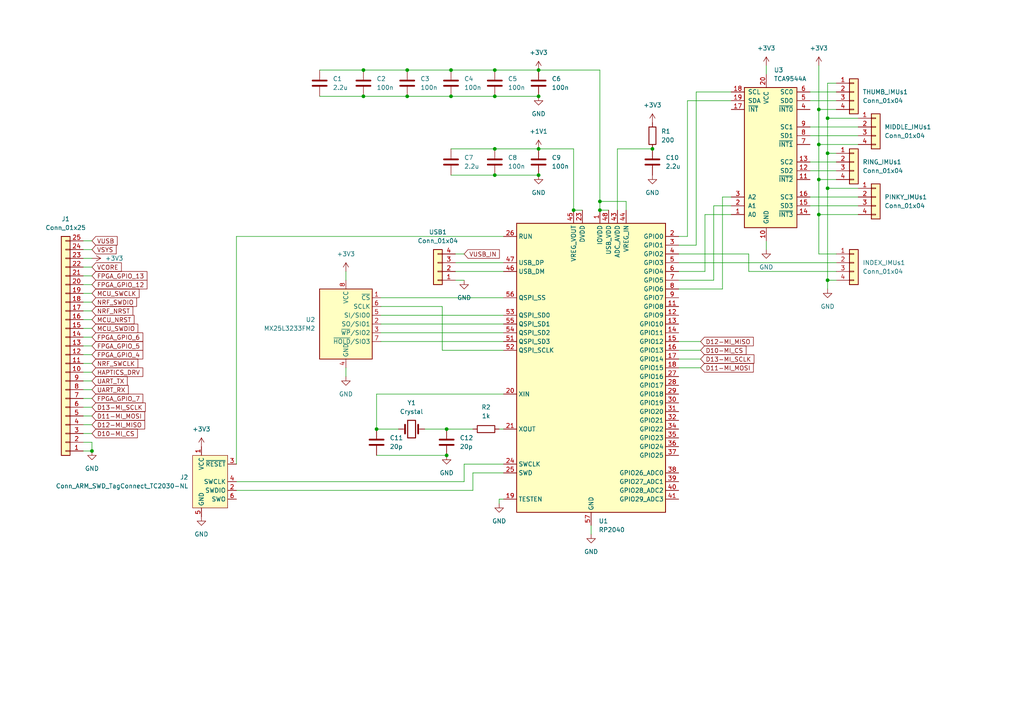
<source format=kicad_sch>
(kicad_sch (version 20230121) (generator eeschema)
  (paper "A4")
  (lib_symbols
    (symbol "Connector:Conn_ARM_SWD_TagConnect_TC2030-NL" (in_bom no)
      (property "Reference" "J" (at 2.54 11.43 0))
      (property "Value" "Conn_ARM_SWD_TagConnect_TC2030-NL" (at 2.54 8.89 0))
      (symbol "Conn_ARM_SWD_TagConnect_TC2030-NL_0_0"
        (pin power_in line (at -2.54 10.16 270) (length 2.54) (name "VCC") (number "1"))
        (pin bidirectional line (at 7.62 -2.54 180) (length 2.54) (name "SWDIO") (number "2"))
        (pin open_collector line (at 7.62 5.08 180) (length 2.54) (name "~{RESET}") (number "3"))
        (pin output line (at 7.62 0 180) (length 2.54) (name "SWCLK") (number "4"))
        (pin power_in line (at -2.54 -10.16 90) (length 2.54) (name "GND") (number "5"))
        (pin input line (at 7.62 -5.08 180) (length 2.54) (name "SWO") (number "6"))
      )
      (symbol "Conn_ARM_SWD_TagConnect_TC2030-NL_0_1"
        (rectangle (start -5.08 7.62) (end 5.08 -7.62) (fill (type background)))
      )
    )
    (symbol "Connector_Generic:Conn_01x04" (pin_names (offset 1.016) hide)
      (property "Reference" "J" (at 0 5.08 0))
      (property "Value" "Conn_01x04" (at 0 -7.62 0))
      (symbol "Conn_01x04_1_1"
        (rectangle (start -1.27 -4.953) (end 0 -5.207) (stroke (width 0.1524)))
        (rectangle (start -1.27 -2.413) (end 0 -2.667) (stroke (width 0.1524)))
        (rectangle (start -1.27 0.127) (end 0 -0.127) (stroke (width 0.1524)))
        (rectangle (start -1.27 2.667) (end 0 2.413) (stroke (width 0.1524)))
        (rectangle (start -1.27 3.81) (end 1.27 -6.35) (stroke (width 0.254)) (fill (type background)))
        (pin passive line (at -5.08 2.54 0) (length 3.81) (name "Pin_1") (number "1"))
        (pin passive line (at -5.08 0 0) (length 3.81) (name "Pin_2") (number "2"))
        (pin passive line (at -5.08 -2.54 0) (length 3.81) (name "Pin_3") (number "3"))
        (pin passive line (at -5.08 -5.08 0) (length 3.81) (name "Pin_4") (number "4"))
      )
    )
    (symbol "Connector_Generic:Conn_01x25" (pin_names (offset 1.016) hide)
      (property "Reference" "J" (at 0 33.02 0))
      (property "Value" "Conn_01x25" (at 0 -33.02 0))
      (symbol "Conn_01x25_1_1"
        (rectangle (start -1.27 -30.353) (end 0 -30.607) (stroke (width 0.1524)))
        (rectangle (start -1.27 -27.813) (end 0 -28.067) (stroke (width 0.1524)))
        (rectangle (start -1.27 -25.273) (end 0 -25.527) (stroke (width 0.1524)))
        (rectangle (start -1.27 -22.733) (end 0 -22.987) (stroke (width 0.1524)))
        (rectangle (start -1.27 -20.193) (end 0 -20.447) (stroke (width 0.1524)))
        (rectangle (start -1.27 -17.653) (end 0 -17.907) (stroke (width 0.1524)))
        (rectangle (start -1.27 -15.113) (end 0 -15.367) (stroke (width 0.1524)))
        (rectangle (start -1.27 -12.573) (end 0 -12.827) (stroke (width 0.1524)))
        (rectangle (start -1.27 -10.033) (end 0 -10.287) (stroke (width 0.1524)))
        (rectangle (start -1.27 -7.493) (end 0 -7.747) (stroke (width 0.1524)))
        (rectangle (start -1.27 -4.953) (end 0 -5.207) (stroke (width 0.1524)))
        (rectangle (start -1.27 -2.413) (end 0 -2.667) (stroke (width 0.1524)))
        (rectangle (start -1.27 0.127) (end 0 -0.127) (stroke (width 0.1524)))
        (rectangle (start -1.27 2.667) (end 0 2.413) (stroke (width 0.1524)))
        (rectangle (start -1.27 5.207) (end 0 4.953) (stroke (width 0.1524)))
        (rectangle (start -1.27 7.747) (end 0 7.493) (stroke (width 0.1524)))
        (rectangle (start -1.27 10.287) (end 0 10.033) (stroke (width 0.1524)))
        (rectangle (start -1.27 12.827) (end 0 12.573) (stroke (width 0.1524)))
        (rectangle (start -1.27 15.367) (end 0 15.113) (stroke (width 0.1524)))
        (rectangle (start -1.27 17.907) (end 0 17.653) (stroke (width 0.1524)))
        (rectangle (start -1.27 20.447) (end 0 20.193) (stroke (width 0.1524)))
        (rectangle (start -1.27 22.987) (end 0 22.733) (stroke (width 0.1524)))
        (rectangle (start -1.27 25.527) (end 0 25.273) (stroke (width 0.1524)))
        (rectangle (start -1.27 28.067) (end 0 27.813) (stroke (width 0.1524)))
        (rectangle (start -1.27 30.607) (end 0 30.353) (stroke (width 0.1524)))
        (rectangle (start -1.27 31.75) (end 1.27 -31.75) (stroke (width 0.254)) (fill (type background)))
        (pin passive line (at -5.08 30.48 0) (length 3.81) (name "Pin_1") (number "1"))
        (pin passive line (at -5.08 7.62 0) (length 3.81) (name "Pin_10") (number "10"))
        (pin passive line (at -5.08 5.08 0) (length 3.81) (name "Pin_11") (number "11"))
        (pin passive line (at -5.08 2.54 0) (length 3.81) (name "Pin_12") (number "12"))
        (pin passive line (at -5.08 0 0) (length 3.81) (name "Pin_13") (number "13"))
        (pin passive line (at -5.08 -2.54 0) (length 3.81) (name "Pin_14") (number "14"))
        (pin passive line (at -5.08 -5.08 0) (length 3.81) (name "Pin_15") (number "15"))
        (pin passive line (at -5.08 -7.62 0) (length 3.81) (name "Pin_16") (number "16"))
        (pin passive line (at -5.08 -10.16 0) (length 3.81) (name "Pin_17") (number "17"))
        (pin passive line (at -5.08 -12.7 0) (length 3.81) (name "Pin_18") (number "18"))
        (pin passive line (at -5.08 -15.24 0) (length 3.81) (name "Pin_19") (number "19"))
        (pin passive line (at -5.08 27.94 0) (length 3.81) (name "Pin_2") (number "2"))
        (pin passive line (at -5.08 -17.78 0) (length 3.81) (name "Pin_20") (number "20"))
        (pin passive line (at -5.08 -20.32 0) (length 3.81) (name "Pin_21") (number "21"))
        (pin passive line (at -5.08 -22.86 0) (length 3.81) (name "Pin_22") (number "22"))
        (pin passive line (at -5.08 -25.4 0) (length 3.81) (name "Pin_23") (number "23"))
        (pin passive line (at -5.08 -27.94 0) (length 3.81) (name "Pin_24") (number "24"))
        (pin passive line (at -5.08 -30.48 0) (length 3.81) (name "Pin_25") (number "25"))
        (pin passive line (at -5.08 25.4 0) (length 3.81) (name "Pin_3") (number "3"))
        (pin passive line (at -5.08 22.86 0) (length 3.81) (name "Pin_4") (number "4"))
        (pin passive line (at -5.08 20.32 0) (length 3.81) (name "Pin_5") (number "5"))
        (pin passive line (at -5.08 17.78 0) (length 3.81) (name "Pin_6") (number "6"))
        (pin passive line (at -5.08 15.24 0) (length 3.81) (name "Pin_7") (number "7"))
        (pin passive line (at -5.08 12.7 0) (length 3.81) (name "Pin_8") (number "8"))
        (pin passive line (at -5.08 10.16 0) (length 3.81) (name "Pin_9") (number "9"))
      )
    )
    (symbol "Device:C" (pin_numbers hide) (pin_names (offset 0.254))
      (property "Reference" "C" (at 0.635 2.54 0))
      (property "Value" "C" (at 0.635 -2.54 0))
      (symbol "C_0_1"
        (polyline (pts (xy -2.032 -0.762) (xy 2.032 -0.762)) (stroke (width 0.508)))
        (polyline (pts (xy -2.032 0.762) (xy 2.032 0.762)) (stroke (width 0.508)))
      )
      (symbol "C_1_1"
        (pin passive line (at 0 3.81 270) (length 2.794) (name "~") (number "1"))
        (pin passive line (at 0 -3.81 90) (length 2.794) (name "~") (number "2"))
      )
    )
    (symbol "Device:Crystal" (pin_numbers hide) (pin_names (offset 1.016) hide)
      (property "Reference" "Y" (at 0 3.81 0))
      (property "Value" "Crystal" (at 0 -3.81 0))
      (symbol "Crystal_0_1"
        (rectangle (start -1.143 2.54) (end 1.143 -2.54) (stroke (width 0.3048)))
        (polyline (pts (xy -2.54 0) (xy -1.905 0)))
        (polyline (pts (xy -1.905 -1.27) (xy -1.905 1.27)) (stroke (width 0.508)))
        (polyline (pts (xy 1.905 -1.27) (xy 1.905 1.27)) (stroke (width 0.508)))
        (polyline (pts (xy 2.54 0) (xy 1.905 0)))
      )
      (symbol "Crystal_1_1"
        (pin passive line (at -3.81 0 0) (length 1.27) (name "1") (number "1"))
        (pin passive line (at 3.81 0 180) (length 1.27) (name "2") (number "2"))
      )
    )
    (symbol "Device:R" (pin_numbers hide) (pin_names (offset 0))
      (property "Reference" "R" (at 2.032 0 90))
      (property "Value" "R" (at 0 0 90))
      (symbol "R_0_1"
        (rectangle (start -1.016 -2.54) (end 1.016 2.54) (stroke (width 0.254)))
      )
      (symbol "R_1_1"
        (pin passive line (at 0 3.81 270) (length 1.27) (name "~") (number "1"))
        (pin passive line (at 0 -3.81 90) (length 1.27) (name "~") (number "2"))
      )
    )
    (symbol "Interface_Expansion:TCA9544A" (pin_names (offset 1.016))
      (property "Reference" "U" (at -5.08 20.32 0))
      (property "Value" "TCA9544A" (at 2.54 20.32 0))
      (symbol "TCA9544A_0_1"
        (rectangle (start -6.35 19.05) (end 8.89 -21.59) (stroke (width 0.254)) (fill (type background)))
      )
      (symbol "TCA9544A_1_1"
        (pin input line (at -10.16 -17.78 0) (length 3.81) (name "A0") (number "1"))
        (pin power_in line (at 0 -25.4 90) (length 3.81) (name "GND") (number "10"))
        (pin input line (at 12.7 -7.62 180) (length 3.81) (name "~{INT2}") (number "11"))
        (pin bidirectional line (at 12.7 -5.08 180) (length 3.81) (name "SD2") (number "12"))
        (pin bidirectional line (at 12.7 -2.54 180) (length 3.81) (name "SC2") (number "13"))
        (pin input line (at 12.7 -17.78 180) (length 3.81) (name "~{INT3}") (number "14"))
        (pin bidirectional line (at 12.7 -15.24 180) (length 3.81) (name "SD3") (number "15"))
        (pin bidirectional line (at 12.7 -12.7 180) (length 3.81) (name "SC3") (number "16"))
        (pin open_collector line (at -10.16 12.7 0) (length 3.81) (name "~{INT}") (number "17"))
        (pin bidirectional line (at -10.16 17.78 0) (length 3.81) (name "SCL") (number "18"))
        (pin bidirectional line (at -10.16 15.24 0) (length 3.81) (name "SDA") (number "19"))
        (pin input line (at -10.16 -15.24 0) (length 3.81) (name "A1") (number "2"))
        (pin power_in line (at 0 22.86 270) (length 3.81) (name "VCC") (number "20"))
        (pin input line (at -10.16 -12.7 0) (length 3.81) (name "A2") (number "3"))
        (pin input line (at 12.7 12.7 180) (length 3.81) (name "~{INT0}") (number "4"))
        (pin bidirectional line (at 12.7 15.24 180) (length 3.81) (name "SD0") (number "5"))
        (pin bidirectional line (at 12.7 17.78 180) (length 3.81) (name "SC0") (number "6"))
        (pin input line (at 12.7 2.54 180) (length 3.81) (name "~{INT1}") (number "7"))
        (pin bidirectional line (at 12.7 5.08 180) (length 3.81) (name "SD1") (number "8"))
        (pin bidirectional line (at 12.7 7.62 180) (length 3.81) (name "SC1") (number "9"))
      )
    )
    (symbol "MCU_RaspberryPi:RP2040"
      (property "Reference" "U" (at 17.78 45.72 0))
      (property "Value" "RP2040" (at 17.78 43.18 0))
      (symbol "RP2040_0_1"
        (rectangle (start -21.59 41.91) (end 21.59 -41.91) (stroke (width 0.254)) (fill (type background)))
      )
      (symbol "RP2040_1_1"
        (pin power_in line (at 2.54 45.72 270) (length 3.81) (name "IOVDD") (number "1"))
        (pin passive line (at 2.54 45.72 270) (length 3.81) hide (name "IOVDD") (number "10"))
        (pin bidirectional line (at 25.4 17.78 180) (length 3.81) (name "GPIO8") (number "11"))
        (pin bidirectional line (at 25.4 15.24 180) (length 3.81) (name "GPIO9") (number "12"))
        (pin bidirectional line (at 25.4 12.7 180) (length 3.81) (name "GPIO10") (number "13"))
        (pin bidirectional line (at 25.4 10.16 180) (length 3.81) (name "GPIO11") (number "14"))
        (pin bidirectional line (at 25.4 7.62 180) (length 3.81) (name "GPIO12") (number "15"))
        (pin bidirectional line (at 25.4 5.08 180) (length 3.81) (name "GPIO13") (number "16"))
        (pin bidirectional line (at 25.4 2.54 180) (length 3.81) (name "GPIO14") (number "17"))
        (pin bidirectional line (at 25.4 0 180) (length 3.81) (name "GPIO15") (number "18"))
        (pin input line (at -25.4 -38.1 0) (length 3.81) (name "TESTEN") (number "19"))
        (pin bidirectional line (at 25.4 38.1 180) (length 3.81) (name "GPIO0") (number "2"))
        (pin input line (at -25.4 -7.62 0) (length 3.81) (name "XIN") (number "20"))
        (pin passive line (at -25.4 -17.78 0) (length 3.81) (name "XOUT") (number "21"))
        (pin passive line (at 2.54 45.72 270) (length 3.81) hide (name "IOVDD") (number "22"))
        (pin power_in line (at -2.54 45.72 270) (length 3.81) (name "DVDD") (number "23"))
        (pin input line (at -25.4 -27.94 0) (length 3.81) (name "SWCLK") (number "24"))
        (pin bidirectional line (at -25.4 -30.48 0) (length 3.81) (name "SWD") (number "25"))
        (pin input line (at -25.4 38.1 0) (length 3.81) (name "RUN") (number "26"))
        (pin bidirectional line (at 25.4 -2.54 180) (length 3.81) (name "GPIO16") (number "27"))
        (pin bidirectional line (at 25.4 -5.08 180) (length 3.81) (name "GPIO17") (number "28"))
        (pin bidirectional line (at 25.4 -7.62 180) (length 3.81) (name "GPIO18") (number "29"))
        (pin bidirectional line (at 25.4 35.56 180) (length 3.81) (name "GPIO1") (number "3"))
        (pin bidirectional line (at 25.4 -10.16 180) (length 3.81) (name "GPIO19") (number "30"))
        (pin bidirectional line (at 25.4 -12.7 180) (length 3.81) (name "GPIO20") (number "31"))
        (pin bidirectional line (at 25.4 -15.24 180) (length 3.81) (name "GPIO21") (number "32"))
        (pin passive line (at 2.54 45.72 270) (length 3.81) hide (name "IOVDD") (number "33"))
        (pin bidirectional line (at 25.4 -17.78 180) (length 3.81) (name "GPIO22") (number "34"))
        (pin bidirectional line (at 25.4 -20.32 180) (length 3.81) (name "GPIO23") (number "35"))
        (pin bidirectional line (at 25.4 -22.86 180) (length 3.81) (name "GPIO24") (number "36"))
        (pin bidirectional line (at 25.4 -25.4 180) (length 3.81) (name "GPIO25") (number "37"))
        (pin bidirectional line (at 25.4 -30.48 180) (length 3.81) (name "GPIO26_ADC0") (number "38"))
        (pin bidirectional line (at 25.4 -33.02 180) (length 3.81) (name "GPIO27_ADC1") (number "39"))
        (pin bidirectional line (at 25.4 33.02 180) (length 3.81) (name "GPIO2") (number "4"))
        (pin bidirectional line (at 25.4 -35.56 180) (length 3.81) (name "GPIO28_ADC2") (number "40"))
        (pin bidirectional line (at 25.4 -38.1 180) (length 3.81) (name "GPIO29_ADC3") (number "41"))
        (pin passive line (at 2.54 45.72 270) (length 3.81) hide (name "IOVDD") (number "42"))
        (pin power_in line (at 7.62 45.72 270) (length 3.81) (name "ADC_AVDD") (number "43"))
        (pin power_in line (at 10.16 45.72 270) (length 3.81) (name "VREG_IN") (number "44"))
        (pin power_out line (at -5.08 45.72 270) (length 3.81) (name "VREG_VOUT") (number "45"))
        (pin bidirectional line (at -25.4 27.94 0) (length 3.81) (name "USB_DM") (number "46"))
        (pin bidirectional line (at -25.4 30.48 0) (length 3.81) (name "USB_DP") (number "47"))
        (pin power_in line (at 5.08 45.72 270) (length 3.81) (name "USB_VDD") (number "48"))
        (pin passive line (at 2.54 45.72 270) (length 3.81) hide (name "IOVDD") (number "49"))
        (pin bidirectional line (at 25.4 30.48 180) (length 3.81) (name "GPIO3") (number "5"))
        (pin passive line (at -2.54 45.72 270) (length 3.81) hide (name "DVDD") (number "50"))
        (pin bidirectional line (at -25.4 7.62 0) (length 3.81) (name "QSPI_SD3") (number "51"))
        (pin output line (at -25.4 5.08 0) (length 3.81) (name "QSPI_SCLK") (number "52"))
        (pin bidirectional line (at -25.4 15.24 0) (length 3.81) (name "QSPI_SD0") (number "53"))
        (pin bidirectional line (at -25.4 10.16 0) (length 3.81) (name "QSPI_SD2") (number "54"))
        (pin bidirectional line (at -25.4 12.7 0) (length 3.81) (name "QSPI_SD1") (number "55"))
        (pin bidirectional line (at -25.4 20.32 0) (length 3.81) (name "QSPI_SS") (number "56"))
        (pin power_in line (at 0 -45.72 90) (length 3.81) (name "GND") (number "57"))
        (pin bidirectional line (at 25.4 27.94 180) (length 3.81) (name "GPIO4") (number "6"))
        (pin bidirectional line (at 25.4 25.4 180) (length 3.81) (name "GPIO5") (number "7"))
        (pin bidirectional line (at 25.4 22.86 180) (length 3.81) (name "GPIO6") (number "8"))
        (pin bidirectional line (at 25.4 20.32 180) (length 3.81) (name "GPIO7") (number "9"))
      )
    )
    (symbol "Memory_Flash:MX25L3233FM2"
      (property "Reference" "U" (at -6.35 11.43 0))
      (property "Value" "MX25L3233FM2" (at 10.16 11.43 0))
      (symbol "MX25L3233FM2_0_1"
        (rectangle (start -7.62 10.16) (end 7.62 -10.16) (stroke (width 0.254)) (fill (type background)))
      )
      (symbol "MX25L3233FM2_1_1"
        (pin input line (at -10.16 7.62 0) (length 2.54) (name "~{CS}") (number "1"))
        (pin bidirectional line (at -10.16 0 0) (length 2.54) (name "SO/SIO1") (number "2"))
        (pin bidirectional line (at -10.16 -2.54 0) (length 2.54) (name "~{WP}/SIO2") (number "3"))
        (pin power_in line (at 0 -12.7 90) (length 2.54) (name "GND") (number "4"))
        (pin bidirectional line (at -10.16 2.54 0) (length 2.54) (name "SI/SIO0") (number "5"))
        (pin input line (at -10.16 5.08 0) (length 2.54) (name "SCLK") (number "6"))
        (pin bidirectional line (at -10.16 -5.08 0) (length 2.54) (name "~{HOLD}/SIO3") (number "7"))
        (pin power_in line (at 0 12.7 270) (length 2.54) (name "VCC") (number "8"))
      )
    )
    (symbol "power:+1V1" (power) (pin_names (offset 0))
      (property "Value" "+1V1" (at 0 3.556 0))
      (symbol "+1V1_0_1"
        (polyline (pts (xy -0.762 1.27) (xy 0 2.54)))
        (polyline (pts (xy 0 0) (xy 0 2.54)))
        (polyline (pts (xy 0 2.54) (xy 0.762 1.27)))
      )
      (symbol "+1V1_1_1"
        (pin power_in line (at 0 0 90) (length 0) hide (name "+1V1") (number "1"))
      )
    )
    (symbol "power:+3V3" (power) (pin_names (offset 0))
      (property "Value" "+3V3" (at 0 3.556 0))
      (symbol "+3V3_0_1"
        (polyline (pts (xy -0.762 1.27) (xy 0 2.54)))
        (polyline (pts (xy 0 0) (xy 0 2.54)))
        (polyline (pts (xy 0 2.54) (xy 0.762 1.27)))
      )
      (symbol "+3V3_1_1"
        (pin power_in line (at 0 0 90) (length 0) hide (name "+3V3") (number "1"))
      )
    )
    (symbol "power:GND" (power) (pin_names (offset 0))
      (property "Value" "GND" (at 0 -3.81 0))
      (symbol "GND_0_1"
        (polyline (pts (xy 0 0) (xy 0 -1.27) (xy 1.27 -1.27) (xy 0 -2.54) (xy -1.27 -1.27) (xy 0 -1.27)))
      )
      (symbol "GND_1_1"
        (pin power_in line (at 0 0 270) (length 0) hide (name "GND") (number "1"))
      )
    )
  )
  (junction (at 166.37 60.96))
  (junction (at 237.49 31.75))
  (junction (at 237.49 41.91))
  (junction (at 105.41 20.32))
  (junction (at 143.51 20.32))
  (junction (at 173.99 58.42))
  (junction (at 129.54 124.46))
  (junction (at 156.21 27.94))
  (junction (at 156.21 50.8))
  (junction (at 130.81 27.94))
  (junction (at 240.03 81.28))
  (junction (at 143.51 50.8))
  (junction (at 26.67 130.81))
  (junction (at 105.41 27.94))
  (junction (at 129.54 132.08))
  (junction (at 173.99 60.96))
  (junction (at 130.81 20.32))
  (junction (at 156.21 43.18))
  (junction (at 189.23 43.18))
  (junction (at 156.21 20.32))
  (junction (at 118.11 27.94))
  (junction (at 109.22 124.46))
  (junction (at 143.51 27.94))
  (junction (at 240.03 54.61))
  (junction (at 143.51 43.18))
  (junction (at 240.03 34.29))
  (junction (at 237.49 62.23))
  (junction (at 237.49 52.07))
  (junction (at 240.03 44.45))
  (junction (at 118.11 20.32))
  (wire (pts (xy 237.49 73.66) (xy 237.49 62.23)))
  (wire (pts (xy 105.41 20.32) (xy 92.71 20.32)))
  (wire (pts (xy 209.55 83.82) (xy 209.55 57.15)))
  (wire (pts (xy 130.81 20.32) (xy 118.11 20.32)))
  (wire (pts (xy 240.03 34.29) (xy 240.03 44.45)))
  (wire (pts (xy 132.08 73.66) (xy 134.62 73.66)))
  (wire (pts (xy 68.58 142.24) (xy 137.16 142.24)))
  (wire (pts (xy 110.49 88.9) (xy 128.27 88.9)))
  (wire (pts (xy 204.47 78.74) (xy 204.47 62.23)))
  (wire (pts (xy 196.85 81.28) (xy 207.01 81.28)))
  (wire (pts (xy 24.13 82.55) (xy 26.67 82.55)))
  (wire (pts (xy 237.49 41.91) (xy 248.92 41.91)))
  (wire (pts (xy 143.51 50.8) (xy 156.21 50.8)))
  (wire (pts (xy 24.13 113.03) (xy 26.67 113.03)))
  (wire (pts (xy 248.92 34.29) (xy 240.03 34.29)))
  (wire (pts (xy 105.41 27.94) (xy 118.11 27.94)))
  (wire (pts (xy 123.19 124.46) (xy 129.54 124.46)))
  (wire (pts (xy 242.57 44.45) (xy 240.03 44.45)))
  (wire (pts (xy 24.13 128.27) (xy 26.67 128.27)))
  (wire (pts (xy 196.85 99.06) (xy 203.2 99.06)))
  (wire (pts (xy 248.92 54.61) (xy 240.03 54.61)))
  (wire (pts (xy 92.71 27.94) (xy 105.41 27.94)))
  (wire (pts (xy 109.22 114.3) (xy 109.22 124.46)))
  (wire (pts (xy 24.13 110.49) (xy 26.67 110.49)))
  (wire (pts (xy 24.13 90.17) (xy 26.67 90.17)))
  (wire (pts (xy 166.37 43.18) (xy 156.21 43.18)))
  (wire (pts (xy 196.85 68.58) (xy 199.39 68.58)))
  (wire (pts (xy 234.95 29.21) (xy 242.57 29.21)))
  (wire (pts (xy 128.27 101.6) (xy 146.05 101.6)))
  (wire (pts (xy 240.03 44.45) (xy 240.03 54.61)))
  (wire (pts (xy 234.95 46.99) (xy 242.57 46.99)))
  (wire (pts (xy 129.54 124.46) (xy 137.16 124.46)))
  (wire (pts (xy 217.17 73.66) (xy 217.17 78.74)))
  (wire (pts (xy 222.25 19.05) (xy 222.25 21.59)))
  (wire (pts (xy 24.13 105.41) (xy 26.67 105.41)))
  (wire (pts (xy 201.93 71.12) (xy 201.93 26.67)))
  (wire (pts (xy 132.08 81.28) (xy 134.62 81.28)))
  (wire (pts (xy 199.39 68.58) (xy 199.39 29.21)))
  (wire (pts (xy 24.13 120.65) (xy 26.67 120.65)))
  (wire (pts (xy 156.21 20.32) (xy 143.51 20.32)))
  (wire (pts (xy 143.51 20.32) (xy 130.81 20.32)))
  (wire (pts (xy 242.57 52.07) (xy 237.49 52.07)))
  (wire (pts (xy 144.78 144.78) (xy 146.05 144.78)))
  (wire (pts (xy 110.49 96.52) (xy 146.05 96.52)))
  (wire (pts (xy 199.39 29.21) (xy 212.09 29.21)))
  (wire (pts (xy 24.13 118.11) (xy 26.67 118.11)))
  (wire (pts (xy 24.13 77.47) (xy 26.67 77.47)))
  (wire (pts (xy 181.61 60.96) (xy 181.61 58.42)))
  (wire (pts (xy 207.01 81.28) (xy 207.01 59.69)))
  (wire (pts (xy 24.13 125.73) (xy 26.67 125.73)))
  (wire (pts (xy 209.55 57.15) (xy 212.09 57.15)))
  (wire (pts (xy 196.85 101.6) (xy 203.2 101.6)))
  (wire (pts (xy 24.13 87.63) (xy 26.67 87.63)))
  (wire (pts (xy 179.07 43.18) (xy 189.23 43.18)))
  (wire (pts (xy 134.62 134.62) (xy 134.62 139.7)))
  (wire (pts (xy 234.95 39.37) (xy 248.92 39.37)))
  (wire (pts (xy 132.08 78.74) (xy 146.05 78.74)))
  (wire (pts (xy 143.51 43.18) (xy 130.81 43.18)))
  (wire (pts (xy 144.78 124.46) (xy 146.05 124.46)))
  (wire (pts (xy 68.58 68.58) (xy 68.58 134.62)))
  (wire (pts (xy 156.21 43.18) (xy 143.51 43.18)))
  (wire (pts (xy 24.13 100.33) (xy 26.67 100.33)))
  (wire (pts (xy 196.85 73.66) (xy 217.17 73.66)))
  (wire (pts (xy 24.13 115.57) (xy 26.67 115.57)))
  (wire (pts (xy 248.92 62.23) (xy 237.49 62.23)))
  (wire (pts (xy 240.03 54.61) (xy 240.03 81.28)))
  (wire (pts (xy 242.57 24.13) (xy 240.03 24.13)))
  (wire (pts (xy 100.33 78.74) (xy 100.33 81.28)))
  (wire (pts (xy 110.49 99.06) (xy 146.05 99.06)))
  (wire (pts (xy 196.85 78.74) (xy 204.47 78.74)))
  (wire (pts (xy 166.37 43.18) (xy 166.37 60.96)))
  (wire (pts (xy 207.01 59.69) (xy 212.09 59.69)))
  (wire (pts (xy 173.99 20.32) (xy 173.99 58.42)))
  (wire (pts (xy 26.67 74.93) (xy 24.13 74.93)))
  (wire (pts (xy 110.49 91.44) (xy 146.05 91.44)))
  (wire (pts (xy 24.13 123.19) (xy 26.67 123.19)))
  (wire (pts (xy 134.62 139.7) (xy 68.58 139.7)))
  (wire (pts (xy 118.11 27.94) (xy 130.81 27.94)))
  (wire (pts (xy 24.13 97.79) (xy 26.67 97.79)))
  (wire (pts (xy 24.13 72.39) (xy 26.67 72.39)))
  (wire (pts (xy 137.16 142.24) (xy 137.16 137.16)))
  (wire (pts (xy 100.33 106.68) (xy 100.33 109.22)))
  (wire (pts (xy 179.07 43.18) (xy 179.07 60.96)))
  (wire (pts (xy 237.49 62.23) (xy 237.49 52.07)))
  (wire (pts (xy 240.03 24.13) (xy 240.03 34.29)))
  (wire (pts (xy 173.99 60.96) (xy 176.53 60.96)))
  (wire (pts (xy 173.99 58.42) (xy 173.99 60.96)))
  (wire (pts (xy 240.03 81.28) (xy 242.57 81.28)))
  (wire (pts (xy 196.85 83.82) (xy 209.55 83.82)))
  (wire (pts (xy 110.49 93.98) (xy 146.05 93.98)))
  (wire (pts (xy 156.21 20.32) (xy 173.99 20.32)))
  (wire (pts (xy 204.47 62.23) (xy 212.09 62.23)))
  (wire (pts (xy 173.99 58.42) (xy 181.61 58.42)))
  (wire (pts (xy 234.95 36.83) (xy 248.92 36.83)))
  (wire (pts (xy 196.85 71.12) (xy 201.93 71.12)))
  (wire (pts (xy 143.51 27.94) (xy 156.21 27.94)))
  (wire (pts (xy 24.13 130.81) (xy 26.67 130.81)))
  (wire (pts (xy 234.95 59.69) (xy 248.92 59.69)))
  (wire (pts (xy 24.13 107.95) (xy 26.67 107.95)))
  (wire (pts (xy 137.16 137.16) (xy 146.05 137.16)))
  (wire (pts (xy 130.81 50.8) (xy 143.51 50.8)))
  (wire (pts (xy 201.93 26.67) (xy 212.09 26.67)))
  (wire (pts (xy 222.25 69.85) (xy 222.25 72.39)))
  (wire (pts (xy 132.08 76.2) (xy 146.05 76.2)))
  (wire (pts (xy 196.85 106.68) (xy 203.2 106.68)))
  (wire (pts (xy 146.05 114.3) (xy 109.22 114.3)))
  (wire (pts (xy 234.95 57.15) (xy 248.92 57.15)))
  (wire (pts (xy 109.22 132.08) (xy 129.54 132.08)))
  (wire (pts (xy 24.13 95.25) (xy 26.67 95.25)))
  (wire (pts (xy 234.95 26.67) (xy 242.57 26.67)))
  (wire (pts (xy 237.49 31.75) (xy 242.57 31.75)))
  (wire (pts (xy 118.11 20.32) (xy 105.41 20.32)))
  (wire (pts (xy 24.13 102.87) (xy 26.67 102.87)))
  (wire (pts (xy 144.78 146.05) (xy 144.78 144.78)))
  (wire (pts (xy 196.85 76.2) (xy 242.57 76.2)))
  (wire (pts (xy 146.05 134.62) (xy 134.62 134.62)))
  (wire (pts (xy 237.49 52.07) (xy 237.49 41.91)))
  (wire (pts (xy 24.13 85.09) (xy 26.67 85.09)))
  (wire (pts (xy 128.27 88.9) (xy 128.27 101.6)))
  (wire (pts (xy 110.49 86.36) (xy 146.05 86.36)))
  (wire (pts (xy 237.49 19.05) (xy 237.49 31.75)))
  (wire (pts (xy 130.81 27.94) (xy 143.51 27.94)))
  (wire (pts (xy 146.05 68.58) (xy 68.58 68.58)))
  (wire (pts (xy 26.67 128.27) (xy 26.67 130.81)))
  (wire (pts (xy 24.13 92.71) (xy 26.67 92.71)))
  (wire (pts (xy 171.45 152.4) (xy 171.45 154.94)))
  (wire (pts (xy 196.85 104.14) (xy 203.2 104.14)))
  (wire (pts (xy 24.13 69.85) (xy 26.67 69.85)))
  (wire (pts (xy 109.22 124.46) (xy 115.57 124.46)))
  (wire (pts (xy 217.17 78.74) (xy 242.57 78.74)))
  (wire (pts (xy 166.37 60.96) (xy 168.91 60.96)))
  (wire (pts (xy 242.57 73.66) (xy 237.49 73.66)))
  (wire (pts (xy 24.13 80.01) (xy 26.67 80.01)))
  (wire (pts (xy 237.49 41.91) (xy 237.49 31.75)))
  (wire (pts (xy 234.95 49.53) (xy 242.57 49.53)))
  (wire (pts (xy 240.03 81.28) (xy 240.03 83.82)))
  (global_label "NRF_SWDIO" (shape input) (at 26.67 87.63 0) (property "Intersheetrefs" "${INTERSHEET_REFS}" (effects hide)))
  (global_label "D10-MI_CS" (shape input) (at 26.67 125.73 0) (property "Intersheetrefs" "${INTERSHEET_REFS}" (effects hide)))
  (global_label "MCU_NRST" (shape input) (at 26.67 92.71 0) (property "Intersheetrefs" "${INTERSHEET_REFS}" (effects hide)))
  (global_label "D12-MI_MISO" (shape input) (at 26.67 123.19 0) (property "Intersheetrefs" "${INTERSHEET_REFS}" (effects hide)))
  (global_label "NRF_SWCLK" (shape input) (at 26.67 105.41 0) (property "Intersheetrefs" "${INTERSHEET_REFS}" (effects hide)))
  (global_label "UART_TX" (shape input) (at 26.67 110.49 0) (property "Intersheetrefs" "${INTERSHEET_REFS}" (effects hide)))
  (global_label "VSYS" (shape input) (at 26.67 72.39 0) (property "Intersheetrefs" "${INTERSHEET_REFS}" (effects hide)))
  (global_label "D10-MI_CS" (shape input) (at 203.2 101.6 0) (property "Intersheetrefs" "${INTERSHEET_REFS}" (effects hide)))
  (global_label "D11-MI_MOSI" (shape input) (at 203.2 106.68 0) (property "Intersheetrefs" "${INTERSHEET_REFS}" (effects hide)))
  (global_label "D13-MI_SCLK" (shape input) (at 26.67 118.11 0) (property "Intersheetrefs" "${INTERSHEET_REFS}" (effects hide)))
  (global_label "D13-MI_SCLK" (shape input) (at 203.2 104.14 0) (property "Intersheetrefs" "${INTERSHEET_REFS}" (effects hide)))
  (global_label "UART_RX" (shape input) (at 26.67 113.03 0) (property "Intersheetrefs" "${INTERSHEET_REFS}" (effects hide)))
  (global_label "D11-MI_MOSI" (shape input) (at 26.67 120.65 0) (property "Intersheetrefs" "${INTERSHEET_REFS}" (effects hide)))
  (global_label "FPGA_GPIO_6" (shape input) (at 26.67 97.79 0) (property "Intersheetrefs" "${INTERSHEET_REFS}" (effects hide)))
  (global_label "VUSB_IN" (shape input) (at 134.62 73.66 0) (property "Intersheetrefs" "${INTERSHEET_REFS}" (effects hide)))
  (global_label "FPGA_GPIO_13" (shape input) (at 26.67 80.01 0) (property "Intersheetrefs" "${INTERSHEET_REFS}" (effects hide)))
  (global_label "MCU_SWCLK" (shape input) (at 26.67 85.09 0) (property "Intersheetrefs" "${INTERSHEET_REFS}" (effects hide)))
  (global_label "FPGA_GPIO_12" (shape input) (at 26.67 82.55 0) (property "Intersheetrefs" "${INTERSHEET_REFS}" (effects hide)))
  (global_label "FPGA_GPIO_4" (shape input) (at 26.67 102.87 0) (property "Intersheetrefs" "${INTERSHEET_REFS}" (effects hide)))
  (global_label "FPGA_GPIO_7" (shape input) (at 26.67 115.57 0) (property "Intersheetrefs" "${INTERSHEET_REFS}" (effects hide)))
  (global_label "HAPTICS_DRV" (shape input) (at 26.67 107.95 0) (property "Intersheetrefs" "${INTERSHEET_REFS}" (effects hide)))
  (global_label "VUSB" (shape input) (at 26.67 69.85 0) (property "Intersheetrefs" "${INTERSHEET_REFS}" (effects hide)))
  (global_label "D12-MI_MISO" (shape input) (at 203.2 99.06 0) (property "Intersheetrefs" "${INTERSHEET_REFS}" (effects hide)))
  (global_label "MCU_SWDIO" (shape input) (at 26.67 95.25 0) (property "Intersheetrefs" "${INTERSHEET_REFS}" (effects hide)))
  (global_label "FPGA_GPIO_5" (shape input) (at 26.67 100.33 0) (property "Intersheetrefs" "${INTERSHEET_REFS}" (effects hide)))
  (global_label "VCORE" (shape input) (at 26.67 77.47 0) (property "Intersheetrefs" "${INTERSHEET_REFS}" (effects hide)))
  (global_label "NRF_NRST" (shape input) (at 26.67 90.17 0) (property "Intersheetrefs" "${INTERSHEET_REFS}" (effects hide)))
  (symbol (lib_id "Device:R") (at 189.23 39.37 0) (unit 1)
    (property "Reference" "R1" (at 191.77 38.1 0) (effects (justify left)))
    (property "Value" "200" (at 191.77 40.64 0) (effects (justify left)))
    (property "Footprint" "Resistor_SMD:R_0603_1608Metric" (effects hide))
  )
  (symbol (lib_id "power:GND") (at 144.78 146.05 0) (unit 1)
    (property "Reference" "#PWR05" (effects hide))
    (property "Value" "GND" (at 144.78 151.13 0))
  )
  (symbol (lib_id "Interface_Expansion:TCA9544A") (at 222.25 44.45 0) (unit 1)
    (property "Reference" "U3" (at 224.4441 20.32 0) (effects (justify left)))
    (property "Value" "TCA9544A" (at 224.4441 22.86 0) (effects (justify left)))
    (property "Footprint" "Package_SO:TSSOP-20_4.4x6.5mm_P0.65mm" (effects hide))
    (property "Datasheet" "http://www.ti.com/lit/ds/symlink/tca9544a.pdf" (effects hide))
  )
  (symbol (lib_id "power:GND") (at 26.67 130.81 0) (unit 1)
    (property "Reference" "#PWR02" (effects hide))
    (property "Value" "GND" (at 26.67 135.89 0))
  )
  (symbol (lib_id "Device:C") (at 109.22 128.27 0) (unit 1)
    (property "Reference" "C11" (at 113.03 127 0) (effects (justify left)))
    (property "Value" "20p" (at 113.03 129.54 0) (effects (justify left)))
    (property "Footprint" "Capacitor_SMD:C_0603_1608Metric" (effects hide))
  )
  (symbol (lib_id "Device:R") (at 140.97 124.46 90) (unit 1)
    (property "Reference" "R2" (at 140.97 118.11 90))
    (property "Value" "1k" (at 140.97 120.65 90))
    (property "Footprint" "Resistor_SMD:R_0603_1608Metric" (effects hide))
  )
  (symbol (lib_id "power:GND") (at 134.62 81.28 0) (unit 1)
    (property "Reference" "#PWR016" (effects hide))
    (property "Value" "GND" (at 134.62 86.36 0))
  )
  (symbol (lib_id "power:+3V3") (at 156.21 20.32 0) (unit 1)
    (property "Reference" "#PWR09" (effects hide))
    (property "Value" "+3V3" (at 156.21 15.24 0))
  )
  (symbol (lib_id "power:+3V3") (at 189.23 35.56 0) (unit 1)
    (property "Reference" "#PWR011" (effects hide))
    (property "Value" "+3V3" (at 189.23 30.48 0))
  )
  (symbol (lib_id "Connector:Conn_ARM_SWD_TagConnect_TC2030-NL") (at 60.96 139.7 0) (unit 1) (in_bom no)
    (property "Reference" "J2" (at 54.61 138.43 0) (effects (justify right)))
    (property "Value" "Conn_ARM_SWD_TagConnect_TC2030-NL" (at 54.61 140.97 0) (effects (justify right)))
    (property "Footprint" "Connector:Tag-Connect_TC2030-IDC-NL_2x03_P1.27mm_Vertical" (effects hide))
    (property "Datasheet" "https://www.tag-connect.com/wp-content/uploads/bsk-pdf-manager/TC2030-CTX_1.pdf" (effects hide))
  )
  (symbol (lib_id "power:GND") (at 240.03 83.82 0) (unit 1)
    (property "Reference" "#PWR020" (effects hide))
    (property "Value" "GND" (at 240.03 88.9 0))
  )
  (symbol (lib_id "power:+3V3") (at 100.33 78.74 0) (unit 1)
    (property "Reference" "#PWR04" (effects hide))
    (property "Value" "+3V3" (at 100.33 73.66 0))
  )
  (symbol (lib_id "power:+3V3") (at 26.67 74.93 270) (unit 1)
    (property "Reference" "#PWR01" (effects hide))
    (property "Value" "+3V3" (at 30.48 74.93 90) (effects (justify left)))
  )
  (symbol (lib_id "power:+3V3") (at 222.25 19.05 0) (unit 1)
    (property "Reference" "#PWR017" (effects hide))
    (property "Value" "+3V3" (at 222.25 13.97 0))
  )
  (symbol (lib_id "Device:C") (at 156.21 46.99 0) (unit 1)
    (property "Reference" "C9" (at 160.02 45.72 0) (effects (justify left)))
    (property "Value" "100n" (at 160.02 48.26 0) (effects (justify left)))
    (property "Footprint" "Capacitor_SMD:C_0603_1608Metric" (effects hide))
  )
  (symbol (lib_id "Device:C") (at 92.71 24.13 0) (unit 1)
    (property "Reference" "C1" (at 96.52 22.86 0) (effects (justify left)))
    (property "Value" "2.2u" (at 96.52 25.4 0) (effects (justify left)))
    (property "Footprint" "Capacitor_SMD:C_0603_1608Metric" (effects hide))
  )
  (symbol (lib_id "MCU_RaspberryPi:RP2040") (at 171.45 106.68 0) (unit 1)
    (property "Reference" "U1" (at 173.6441 151.13 0) (effects (justify left)))
    (property "Value" "RP2040" (at 173.6441 153.67 0) (effects (justify left)))
    (property "Footprint" "Package_DFN_QFN:QFN-56-1EP_7x7mm_P0.4mm_EP3.2x3.2mm" (effects hide))
    (property "Datasheet" "https://datasheets.raspberrypi.com/rp2040/rp2040-datasheet.pdf" (effects hide))
  )
  (symbol (lib_id "Device:C") (at 130.81 24.13 0) (unit 1)
    (property "Reference" "C4" (at 134.62 22.86 0) (effects (justify left)))
    (property "Value" "100n" (at 134.62 25.4 0) (effects (justify left)))
    (property "Footprint" "Capacitor_SMD:C_0603_1608Metric" (effects hide))
  )
  (symbol (lib_id "Memory_Flash:MX25L3233FM2") (at 100.33 93.98 0) (mirror y) (unit 1)
    (property "Reference" "U2" (at 91.44 92.71 0) (effects (justify left)))
    (property "Value" "MX25L3233FM2" (at 91.44 95.25 0) (effects (justify left)))
    (property "Footprint" "Package_SO:SOP-8_5.28x5.23mm_P1.27mm" (effects hide))
    (property "Datasheet" "https://www.macronix.com/Lists/Datasheet/Attachments/8377/MX25L3233F,%203V,%2032Mb,%20v1.1.pdf" (effects hide))
  )
  (symbol (lib_id "power:GND") (at 156.21 27.94 0) (unit 1)
    (property "Reference" "#PWR07" (effects hide))
    (property "Value" "GND" (at 156.21 33.02 0))
  )
  (symbol (lib_id "Device:C") (at 143.51 24.13 0) (unit 1)
    (property "Reference" "C5" (at 147.32 22.86 0) (effects (justify left)))
    (property "Value" "100n" (at 147.32 25.4 0) (effects (justify left)))
    (property "Footprint" "Capacitor_SMD:C_0603_1608Metric" (effects hide))
  )
  (symbol (lib_id "Connector_Generic:Conn_01x04") (at 254 57.15 0) (unit 1)
    (property "Reference" "PINKY_IMUs1" (at 256.54 57.15 0) (effects (justify left)))
    (property "Value" "Conn_01x04" (at 256.54 59.69 0) (effects (justify left)))
    (property "Footprint" "Connector_JST:JST_SH_SM04B-SRSS-TB_1x04-1MP_P1.00mm_Horizontal" (effects hide))
  )
  (symbol (lib_id "Connector_Generic:Conn_01x04") (at 247.65 26.67 0) (unit 1)
    (property "Reference" "THUMB_IMUs1" (at 250.19 26.67 0) (effects (justify left)))
    (property "Value" "Conn_01x04" (at 250.19 29.21 0) (effects (justify left)))
    (property "Footprint" "Connector_JST:JST_SH_SM04B-SRSS-TB_1x04-1MP_P1.00mm_Horizontal" (effects hide))
  )
  (symbol (lib_id "power:GND") (at 129.54 132.08 0) (unit 1)
    (property "Reference" "#PWR013" (effects hide))
    (property "Value" "GND" (at 129.54 137.16 0))
  )
  (symbol (lib_id "power:+3V3") (at 58.42 129.54 0) (unit 1)
    (property "Reference" "#PWR014" (effects hide))
    (property "Value" "+3V3" (at 58.42 124.46 0))
  )
  (symbol (lib_id "Connector_Generic:Conn_01x04") (at 127 78.74 180) (unit 1)
    (property "Reference" "USB1" (at 127 67.31 0))
    (property "Value" "Conn_01x04" (at 127 69.85 0))
    (property "Footprint" "Connector_JST:JST_SH_SM04B-SRSS-TB_1x04-1MP_P1.00mm_Horizontal" (effects hide))
  )
  (symbol (lib_id "power:GND") (at 100.33 109.22 0) (unit 1)
    (property "Reference" "#PWR03" (effects hide))
    (property "Value" "GND" (at 100.33 114.3 0))
  )
  (symbol (lib_id "power:GND") (at 156.21 50.8 0) (unit 1)
    (property "Reference" "#PWR08" (effects hide))
    (property "Value" "GND" (at 156.21 55.88 0))
  )
  (symbol (lib_id "power:GND") (at 58.42 149.86 0) (unit 1)
    (property "Reference" "#PWR015" (effects hide))
    (property "Value" "GND" (at 58.42 154.94 0))
  )
  (symbol (lib_id "Connector_Generic:Conn_01x04") (at 247.65 46.99 0) (unit 1)
    (property "Reference" "RING_IMUs1" (at 250.19 46.99 0) (effects (justify left)))
    (property "Value" "Conn_01x04" (at 250.19 49.53 0) (effects (justify left)))
    (property "Footprint" "Connector_JST:JST_SH_SM04B-SRSS-TB_1x04-1MP_P1.00mm_Horizontal" (effects hide))
  )
  (symbol (lib_id "Connector_Generic:Conn_01x04") (at 247.65 76.2 0) (unit 1)
    (property "Reference" "INDEX_IMUs1" (at 250.19 76.2 0) (effects (justify left)))
    (property "Value" "Conn_01x04" (at 250.19 78.74 0) (effects (justify left)))
    (property "Footprint" "Connector_JST:JST_SH_SM04B-SRSS-TB_1x04-1MP_P1.00mm_Horizontal" (effects hide))
  )
  (symbol (lib_id "power:GND") (at 189.23 50.8 0) (unit 1)
    (property "Reference" "#PWR012" (effects hide))
    (property "Value" "GND" (at 189.23 55.88 0))
  )
  (symbol (lib_id "Device:C") (at 143.51 46.99 0) (unit 1)
    (property "Reference" "C8" (at 147.32 45.72 0) (effects (justify left)))
    (property "Value" "100n" (at 147.32 48.26 0) (effects (justify left)))
    (property "Footprint" "Capacitor_SMD:C_0603_1608Metric" (effects hide))
  )
  (symbol (lib_id "Device:C") (at 118.11 24.13 0) (unit 1)
    (property "Reference" "C3" (at 121.92 22.86 0) (effects (justify left)))
    (property "Value" "100n" (at 121.92 25.4 0) (effects (justify left)))
    (property "Footprint" "Capacitor_SMD:C_0603_1608Metric" (effects hide))
  )
  (symbol (lib_id "power:GND") (at 222.25 72.39 0) (unit 1)
    (property "Reference" "#PWR018" (effects hide))
    (property "Value" "GND" (at 222.25 77.47 0))
  )
  (symbol (lib_id "Device:C") (at 156.21 24.13 0) (unit 1)
    (property "Reference" "C6" (at 160.02 22.86 0) (effects (justify left)))
    (property "Value" "100n" (at 160.02 25.4 0) (effects (justify left)))
    (property "Footprint" "Capacitor_SMD:C_0603_1608Metric" (effects hide))
  )
  (symbol (lib_id "Device:C") (at 129.54 128.27 0) (unit 1)
    (property "Reference" "C12" (at 133.35 127 0) (effects (justify left)))
    (property "Value" "20p" (at 133.35 129.54 0) (effects (justify left)))
    (property "Footprint" "Capacitor_SMD:C_0603_1608Metric" (effects hide))
  )
  (symbol (lib_id "power:GND") (at 171.45 154.94 0) (unit 1)
    (property "Reference" "#PWR06" (effects hide))
    (property "Value" "GND" (at 171.45 160.02 0))
  )
  (symbol (lib_id "Device:Crystal") (at 119.38 124.46 0) (unit 1)
    (property "Reference" "Y1" (at 119.38 116.84 0))
    (property "Value" "Crystal" (at 119.38 119.38 0))
    (property "Footprint" "Crystal:Crystal_SMD_HC49-SD" (effects hide))
  )
  (symbol (lib_id "Connector_Generic:Conn_01x04") (at 254 36.83 0) (unit 1)
    (property "Reference" "MIDDLE_IMUs1" (at 256.54 36.83 0) (effects (justify left)))
    (property "Value" "Conn_01x04" (at 256.54 39.37 0) (effects (justify left)))
    (property "Footprint" "Connector_JST:JST_SH_SM04B-SRSS-TB_1x04-1MP_P1.00mm_Horizontal" (effects hide))
  )
  (symbol (lib_id "power:+1V1") (at 156.21 43.18 0) (unit 1)
    (property "Reference" "#PWR010" (effects hide))
    (property "Value" "+1V1" (at 156.21 38.1 0))
  )
  (symbol (lib_id "Device:C") (at 130.81 46.99 0) (unit 1)
    (property "Reference" "C7" (at 134.62 45.72 0) (effects (justify left)))
    (property "Value" "2.2u" (at 134.62 48.26 0) (effects (justify left)))
    (property "Footprint" "Capacitor_SMD:C_0603_1608Metric" (effects hide))
  )
  (symbol (lib_id "power:+3V3") (at 237.49 19.05 0) (unit 1)
    (property "Reference" "#PWR019" (effects hide))
    (property "Value" "+3V3" (at 237.49 13.97 0))
  )
  (symbol (lib_id "Device:C") (at 105.41 24.13 0) (unit 1)
    (property "Reference" "C2" (at 109.22 22.86 0) (effects (justify left)))
    (property "Value" "100n" (at 109.22 25.4 0) (effects (justify left)))
    (property "Footprint" "Capacitor_SMD:C_0603_1608Metric" (effects hide))
  )
  (symbol (lib_id "Connector_Generic:Conn_01x25") (at 19.05 100.33 180) (unit 1)
    (property "Reference" "J1" (at 19.05 63.5 0))
    (property "Value" "Conn_01x25" (at 19.05 66.04 0))
    (property "Footprint" "my_connectors:25PIN FRONT FLIP 0.6mm PITCH AYF332535A" (effects hide))
  )
  (symbol (lib_id "Device:C") (at 189.23 46.99 0) (unit 1)
    (property "Reference" "C10" (at 193.04 45.72 0) (effects (justify left)))
    (property "Value" "2.2u" (at 193.04 48.26 0) (effects (justify left)))
    (property "Footprint" "Capacitor_SMD:C_0603_1608Metric" (effects hide))
  )
)
</source>
